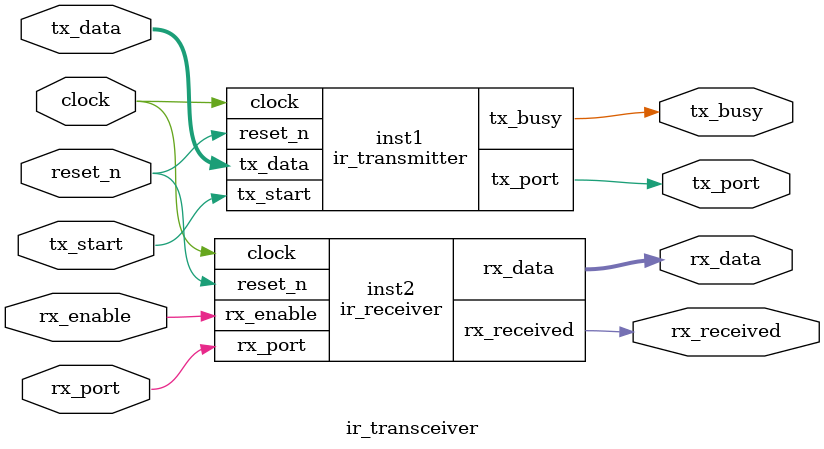
<source format=v>
`default_nettype none
module ir_transmitter #(

    // Minimum number of clock cycles between tx_port transitions.
    // Must be greater than 0.
    // Set according to hardware bandwidth limitation.
    // Required_HW_bandwidth = clock_Frequency / BASE_DELAY / 2
    // E.g.:
    //   50 MHz / 10 / 2 = 2.5 MHz (can be used in simulation)
    //   50 MHz / 250 / 2 = 100 kHz (used on real hardware)
    parameter BASE_DELAY = 250
    //parameter BASE_DELAY = 10
)(

    input wire clock,
    input wire reset_n,
    
    input wire [31:0] tx_data,
    input wire tx_start,
    output reg tx_busy,

    output reg tx_port

);

    localparam 
        IDLE     = 2'b00,
        TX_WAIT0 = 2'b01,
        TX_WAIT1 = 2'b10,
        TX_STOP  = 2'b11;

    reg [1:0] state;
    
    reg [5:0] symbol_count;  // 6 bits to store values 0...63

    reg [$clog2(BASE_DELAY*3)-1:0] clock_count;  // enough bits to store values 0...(BASE_DELAY*3)-1

    always @ (posedge clock) begin
        if (~reset_n) begin
            state <= IDLE;
            clock_count <= 0;
            symbol_count <= 0;
            tx_port <= 0;
            tx_busy <= 0;
        end
        else begin
            case(state)
                IDLE: begin
                    if (tx_start) begin
                        symbol_count <= ~0;  // set to maximum value (63)
                        clock_count <= (BASE_DELAY * 2) - 1;
                        tx_busy <= 1;
                        tx_port <= 1;
                        state <= TX_WAIT0;
                    end 
                    else begin
                        tx_busy <= 0;
                        tx_port <= 0;
                    end
                end
                TX_WAIT0: begin
                    if (clock_count > 0) clock_count <= clock_count - 1;
                    else begin
                        if (symbol_count > 31) clock_count <= (BASE_DELAY * 2) - 1;  // set delay for current symbol
                        else if (tx_data[symbol_count]) clock_count <= (BASE_DELAY * 1) - 1;
                        else clock_count <= (BASE_DELAY * 3) - 1;
                        tx_port <= 0;
                        state <= TX_WAIT1;
                    end
                end
                TX_WAIT1: begin
                    if (clock_count > 0) clock_count <= clock_count - 1;
                    else begin
                        if (symbol_count > 0) begin
                            if ((symbol_count-1) > 31) clock_count <= (BASE_DELAY * 2) - 1;  // set delay for next symbol
                            else if (tx_data[symbol_count-1]) clock_count <= (BASE_DELAY * 1) - 1;
                            else clock_count <= (BASE_DELAY * 3) - 1;
                            symbol_count <= symbol_count - 1;
                            tx_port <= 1;
                            state <= TX_WAIT0;
                        end
                        else begin
                            clock_count <= (BASE_DELAY * 2) - 1;  // stop pulse
                            tx_port <= 1;
                            state <= TX_STOP;
                        end
                    end
                end
                TX_STOP: begin
                    if (clock_count > 0) clock_count <= clock_count - 1;
                    else begin
                        tx_port <= 0;
                        state <= IDLE;
                    end 
                end
                default: state <= IDLE;
            endcase
        end
    end
endmodule


module ir_receiver #(
    // The number of bits in the delay measurement registers.
    // Determines the maximum number of clock cycles between rising transitions on rx_port.
    // 2**CLOCK_COUNT_WIDTH must be bigger than 6*BASE_DELAY of the transmitter.
    // E.g.:
    //   BASE_DELAY = 250, 6*250=1500, 2**11 = 2048 -> CLOCK_COUNT_WIDTH=11
    parameter CLOCK_COUNT_WIDTH = 11
) (
    input wire clock,
    input wire reset_n,
    
    input wire rx_enable,
    output reg [31:0] rx_data,
    output reg rx_received,

    input wire rx_port
);

    // rx_port is coming from outside the FPGA and is not synchronized to its internal
    // clock. We need to synchronize this signal with a flip-flop. Otherwise the state-machine
    // would not work properly on the FPGA.

    reg rx_port_synced;
    always @ (posedge clock) begin
       rx_port_synced <= rx_port;
    end

    localparam 
        IDLE              = 3'b000,
        RX_TRAIN_WAIT1    = 3'b001,
        RX_TRAIN_WAIT0    = 3'b010,
        RX_VALIDATE_WAIT1 = 3'b011,
        RX_VALIDATE_WAIT0 = 3'b100,
        RX_LOCKED_WAIT1   = 3'b101,
        RX_LOCKED_WAIT0   = 3'b110,
        RX_RECEIVED       = 3'b111;

    reg [2:0] state;

    reg [5:0] symbol_count;

    reg [CLOCK_COUNT_WIDTH-1:0] clock_count;

    reg [CLOCK_COUNT_WIDTH-1:0] learned_delay;

    always @ (posedge clock) begin
        if (reset_n == 1'b0) begin
            state <= IDLE;
            symbol_count <= 0;
            clock_count <= 0;
            learned_delay <= 0;
            rx_data <= 0;
            rx_received <= 0;
        end
        else begin
            case(state)
                IDLE: begin // 0
                    if (rx_enable) begin
                        symbol_count <= 16; // use 16 measurements for training
                        clock_count <= 0;
                        rx_data <= 0;
                        state <= RX_TRAIN_WAIT0;
                    end
                end
                RX_TRAIN_WAIT1: begin // 1
                    if (&clock_count) state <= IDLE; // if clock_count is all-1, we were waiting for too long.
                    else begin
                        if (rx_port_synced) begin
                            learned_delay <= ((learned_delay+1) / 2) + (clock_count / 2);
                            clock_count <= 1;
                            symbol_count <= symbol_count - 1;
                            state <= RX_TRAIN_WAIT0;
                        end else clock_count <= clock_count + 1;
                    end
                end
                RX_TRAIN_WAIT0: begin // 2
                    if (&clock_count) state <= IDLE;
                    else begin
                        clock_count <= clock_count + 1;
                        if (~rx_port_synced) begin
                            if (symbol_count) state <= RX_TRAIN_WAIT1;
                            else begin
                                symbol_count <= 8;  // use 8 measurements for validation
                                state <= RX_VALIDATE_WAIT1;
                            end
                        end
                    end
                end
                RX_VALIDATE_WAIT1: begin // 3
                    if (&clock_count) state <= IDLE;
                    else begin
                        if (rx_port_synced) begin
                            if (clock_count >= (learned_delay + (learned_delay/4))) state <= IDLE;
                            else if (clock_count <= (learned_delay - (learned_delay/4))) state <= IDLE;
                            else state <= RX_VALIDATE_WAIT0;  // go to IDLE whenever measured delay is too high or too low.
                            clock_count <= 1;
                            symbol_count <= symbol_count - 1;
                        end else clock_count <= clock_count + 1;
                    end
                end
                RX_VALIDATE_WAIT0: begin // 4
                    if (&clock_count) state <= IDLE;
                    else begin
                        clock_count <= clock_count + 1;
                        if (~rx_port_synced) begin
                            if (symbol_count) state <= RX_VALIDATE_WAIT1;
                            else begin
                                symbol_count <= 31;
                                state <= RX_LOCKED_WAIT1;
                            end
                        end
                    end
                end
                RX_LOCKED_WAIT1: begin // 5
                    if (&clock_count) state <= IDLE;
                    else begin
                        if (rx_port_synced) begin
                            if (clock_count >= (learned_delay + (learned_delay/4))) begin
                                rx_data[symbol_count] <= 1'b0; // received a 0
                                symbol_count <= symbol_count - 1;
                            end
                            else if (clock_count <= (learned_delay - (learned_delay/4))) begin
                                rx_data[symbol_count] <= 1'b1; // received a 1
                                symbol_count <= symbol_count - 1;
                            end // else we have an X. We ignore X's, they may come from preamble.
                            clock_count <= 1;
                            state <= RX_LOCKED_WAIT0;
                        end else clock_count <= clock_count + 1;
                    end
                end
                RX_LOCKED_WAIT0: begin // 6
                    if (&clock_count) state <= IDLE;
                    else begin
                        clock_count <= clock_count + 1;
                        if (~rx_port_synced) begin
                            if (&symbol_count) begin
                                rx_received <= 1;
                                state <= RX_RECEIVED;
                            end
                            else begin
                                state <= RX_LOCKED_WAIT1;
                            end
                        end
                    end
                end
                RX_RECEIVED: begin // 7
                    if (~rx_enable) begin  // wait until rx_enable is low
                        rx_received <= 0;
                        state <= IDLE;
                    end
                end
                default: state <= IDLE;
            endcase
        end
    end

endmodule

module ir_transceiver(
  input wire [31:0] tx_data,
  input wire tx_start,
  input wire clock,
  input wire reset_n,
  input wire rx_enable,
  input wire rx_port,
  output wire rx_received,
  output wire [31:0] rx_data,
  output wire tx_port,
  output wire tx_busy
);
  ir_transmitter inst1(
    .clock(clock),
    .tx_data(tx_data),
    .tx_start(tx_start),
    .reset_n(reset_n),
    .tx_port(tx_port),
    .tx_busy(tx_busy)
  );
  ir_receiver inst2(
    .clock(clock),
    .reset_n(reset_n),
    .rx_enable(rx_enable),
    .rx_port(rx_port),
    .rx_received(rx_received),
    .rx_data(rx_data)
  );
endmodule
</source>
